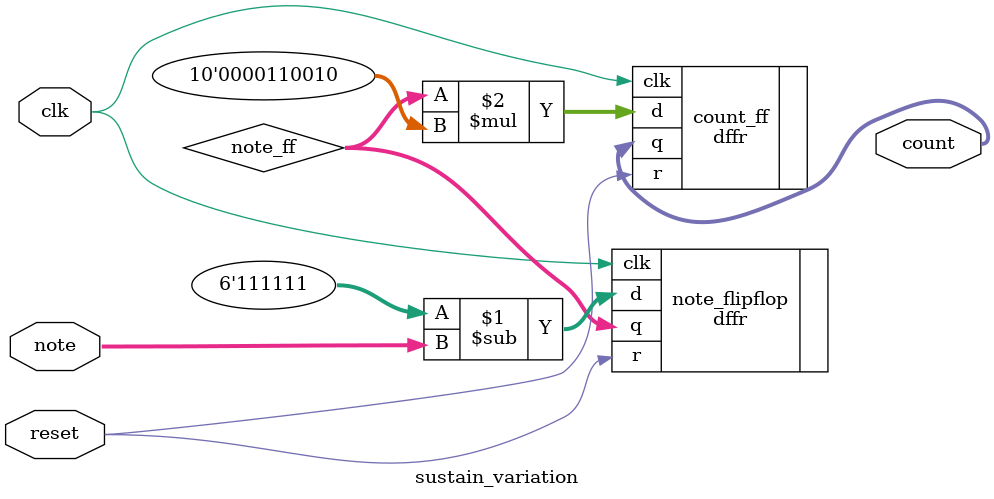
<source format=v>

`define MAX_NOTE 6'd63
`define SUSTAIN_FACTOR 10'd50

module sustain_variation (
    input clk,
    input reset,
    input [5:0] note,
    output [15:0] count
);

    // calculate with a linear factor
    wire [5:0] note_ff;

    // flip flops

    dffr #(.WIDTH(6)) note_flipflop (
        .clk(clk),
        .r(reset),
        .d(`MAX_NOTE-note),
        .q(note_ff)
    );

    dffr #(.WIDTH(16)) count_ff (
        .clk(clk),
        .r(reset),
        .d(note_ff*`SUSTAIN_FACTOR),
        .q(count)
    );

endmodule

</source>
